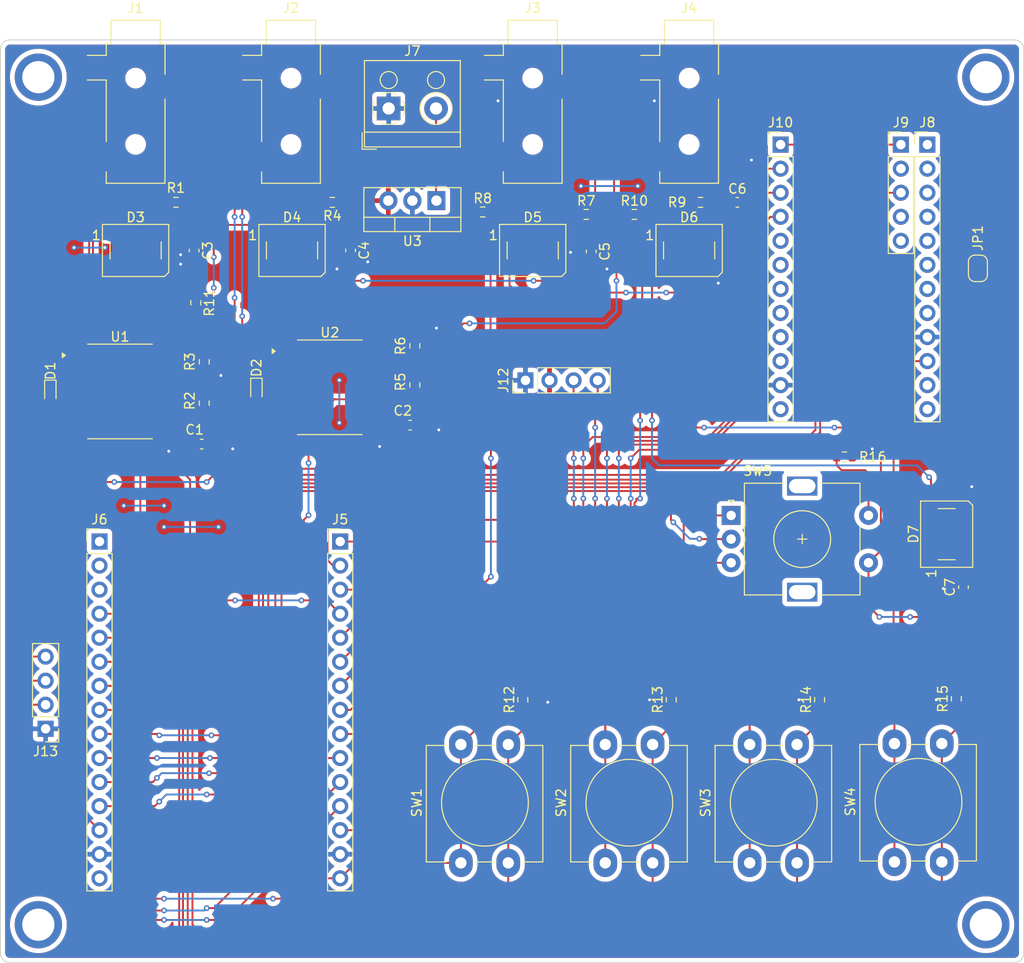
<source format=kicad_pcb>
(kicad_pcb (version 20241229) (generator "pcbnew") (generator_version "9.0")
  (layers (0 "F.Cu" signal) (2 "B.Cu" signal) (13 "F.Paste" user) (15 "B.Paste" user) (5 "F.SilkS" user "F.Silkscreen") (7 "B.SilkS" user "B.Silkscreen") (1 "F.Mask" user) (3 "B.Mask" user) (25 "Edge.Cuts" user))
  (net 0 "")
  (net 1 "+5V")
  (net 2 "GND")
  (net 3 "Net-(D1-K)")
  (net 4 "Net-(D1-A)")
  (net 5 "Net-(D2-A)")
  (net 6 "Net-(D2-K)")
  (net 7 "LED_DATA")
  (net 8 "Net-(D3-DOUT)")
  (net 9 "Net-(D4-DOUT)")
  (net 10 "Net-(D5-DOUT)")
  (net 11 "Net-(D6-DOUT)")
  (net 14 "Net-(J1-PadR)")
  (net 15 "Net-(J2-PadR)")
  (net 17 "Net-(J3-PadR)")
  (net 18 "Net-(J3-PadT)")
  (net 19 "Net-(J4-PadR)")
  (net 20 "Net-(J4-PadT)")
  (net 21 "D2")
  (net 22 "MISO")
  (net 23 "D4")
  (net 24 "RX0")
  (net 25 "+3V3")
  (net 26 "SCL")
  (net 27 "SS")
  (net 28 "USB_RST")
  (net 29 "TX0")
  (net 30 "MOSI")
  (net 31 "D16")
  (net 32 "SDA")
  (net 33 "SCK")
  (net 34 "D17")
  (net 36 "ROTARY_B")
  (net 37 "ROTARY_A")
  (net 38 "ROTARY_C")
  (net 39 "SW4")
  (net 40 "SW2")
  (net 41 "Net-(J6-Pin_4)")
  (net 42 "SW3")
  (net 43 "VIN")
  (net 45 "SW1")
  (net 47 "ROTARY_SW")
  (net 60 "Net-(J9-Pin_1)")
  (net 62 "GPX")
  (net 70 "Net-(U1-VO1)")
  (net 71 "Net-(U2-VO1)")
  (net 76 "Net-(J7-Pin_2)")
  (footprint "Rotary_Encoder:RotaryEncoder_Alps_EC11E-Switch_Vertical_H20mm" (layer "F.Cu") (at 94.604 78.78)
    (property "Reference" "SW5")
    (property "Value" "RotaryEncoder_Switch")
  )
  (footprint "Resistor_SMD:R_0603_1608Metric" (layer "F.Cu") (at 91.377 45.72)
    (property "Reference" "R9")
    (property "Value" "33")
  )
  (footprint "Resistor_SMD:R_0603_1608Metric" (layer "F.Cu") (at 38.992 62.551 -90)
    (property "Reference" "R3")
    (property "Value" "4k7")
  )
  (footprint "Resistor_SMD:R_0603_1608Metric" (layer "F.Cu") (at 38.1 56.325 -90)
    (property "Reference" "R11")
    (property "Value" "330")
  )
  (footprint "LED_SMD:LED_WS2812B_PLCC4_5.0x5.0mm_P3.2mm" (layer "F.Cu") (at 73.66 50.8)
    (property "Reference" "D5")
    (property "Value" "WS2812B")
  )
  (footprint "LED_SMD:LED_WS2812B_PLCC4_5.0x5.0mm_P3.2mm" (layer "F.Cu") (at 48.26 50.8)
    (property "Reference" "D4")
    (property "Value" "WS2812B")
  )
  (footprint "Connector_PinHeader_2.54mm:PinHeader_1x15_P2.54mm_Vertical" (layer "F.Cu") (at 27.94 81.539)
    (property "Reference" "J6")
    (property "Value" "ESP32 left")
  )
  (footprint "Resistor_SMD:R_0603_1608Metric" (layer "F.Cu") (at 61.22 65.005 90)
    (property "Reference" "R5")
    (property "Value" "470")
  )
  (footprint "Resistor_SMD:R_0603_1608Metric" (layer "F.Cu") (at 118.37 98.14 90)
    (property "Reference" "R15")
    (property "Value" "10k")
  )
  (footprint "Capacitor_SMD:C_0603_1608Metric" (layer "F.Cu") (at 37.926001 50.811999 -90)
    (property "Reference" "C3")
    (property "Value" "0.1µ")
  )
  (footprint "Package_SO:SOP-8_6.605x9.655mm_P2.54mm" (layer "F.Cu") (at 30.1 65.69)
    (property "Reference" "U1")
    (property "Value" "6N138")
  )
  (footprint "Connector_PinHeader_2.54mm:PinHeader_1x12_P2.54mm_Vertical" (layer "F.Cu") (at 99.822 39.624)
    (property "Reference" "J10")
    (property "Value" "USB Shield left")
  )
  (footprint "Connector_PinHeader_2.54mm:PinHeader_1x04_P2.54mm_Vertical" (layer "F.Cu") (at 22.25 101.31 180)
    (property "Reference" "J13")
    (property "Value" "Spare")
  )
  (footprint "Resistor_SMD:R_0603_1608Metric" (layer "F.Cu") (at 38.992 66.932 90)
    (property "Reference" "R2")
    (property "Value" "470")
  )
  (footprint "Connector_Audio:Jack_3.5mm_CUI_SJ-3523-SMT_Horizontal" (layer "F.Cu") (at 73.66 35.1)
    (property "Reference" "J3")
    (property "Value" "Midi OUT 1")
  )
  (footprint "Resistor_SMD:R_0603_1608Metric" (layer "F.Cu") (at 68.389 46.736)
    (property "Reference" "R8")
    (property "Value" "10")
  )
  (footprint "Resistor_SMD:R_0603_1608Metric" (layer "F.Cu") (at 79.311 46.99)
    (property "Reference" "R7")
    (property "Value" "33")
  )
  (footprint "Diode_SMD:D_SOD-523" (layer "F.Cu") (at 22.75 65.75 -90)
    (property "Reference" "D1")
    (property "Value" "1N4148WT")
  )
  (footprint "Resistor_SMD:R_0603_1608Metric" (layer "F.Cu") (at 106.564 72.604 180)
    (property "Reference" "R16")
    (property "Value" "10k")
  )
  (footprint "Button_Switch_THT:SW_PUSH-12mm_Wuerth-430476085716" (layer "F.Cu") (at 81.32 115.47 90)
    (property "Reference" "SW2")
    (property "Value" "SW_Push")
  )
  (footprint "Resistor_SMD:R_0603_1608Metric" (layer "F.Cu") (at 103.94 98.24 90)
    (property "Reference" "R14")
    (property "Value" "10k")
  )
  (footprint "Button_Switch_THT:SW_PUSH-12mm_Wuerth-430476085716" (layer "F.Cu") (at 66.08 115.47 90)
    (property "Reference" "SW1")
    (property "Value" "SW_Push")
  )
  (footprint "Resistor_SMD:R_0603_1608Metric" (layer "F.Cu") (at 52.515 45.72 180)
    (property "Reference" "R4")
    (property "Value" "220")
  )
  (footprint "Connector_Audio:Jack_3.5mm_CUI_SJ-3523-SMT_Horizontal" (layer "F.Cu") (at 48.15 35.1)
    (property "Reference" "J2")
    (property "Value" "Midi IN 2")
  )
  (footprint "LED_SMD:LED_WS2812B_PLCC4_5.0x5.0mm_P3.2mm" (layer "F.Cu") (at 31.750001 50.799999)
    (property "Reference" "D3")
    (property "Value" "WS2812B")
  )
  (footprint "Diode_SMD:D_SOD-523" (layer "F.Cu") (at 44.5 65.55 -90)
    (property "Reference" "D2")
    (property "Value" "1N4148WT")
  )
  (footprint "Connector_PinHeader_2.54mm:PinHeader_1x05_P2.54mm_Vertical" (layer "F.Cu") (at 112.522 39.624)
    (property "Reference" "J9")
    (property "Value" "USB Shield inner right")
  )
  (footprint "Resistor_SMD:R_0603_1608Metric" (layer "F.Cu") (at 72.62 98.24 90)
    (property "Reference" "R12")
    (property "Value" "10k")
  )
  (footprint "Button_Switch_THT:SW_PUSH-12mm_Wuerth-430476085716" (layer "F.Cu") (at 96.56 115.47 90)
    (property "Reference" "SW3")
    (property "Value" "SW_Push")
  )
  (footprint "Resistor_SMD:R_0603_1608Metric" (layer "F.Cu") (at 88.28 98.24 90)
    (property "Reference" "R13")
    (property "Value" "10k")
  )
  (footprint "Capacitor_SMD:C_0603_1608Metric" (layer "F.Cu") (at 54.436 50.796 -90)
    (property "Reference" "C4")
    (property "Value" "0.1µ")
  )
  (footprint "Capacitor_SMD:C_0603_1608Metric" (layer "F.Cu") (at 119.126 86.36 90)
    (property "Reference" "C7")
    (property "Value" "0.1µ")
  )
  (footprint "Connector_Audio:Jack_3.5mm_CUI_SJ-3523-SMT_Horizontal" (layer "F.Cu") (at 31.75 35.1)
    (property "Reference" "J1")
    (property "Value" "Midi IN 1")
  )
  (footprint "Button_Switch_THT:SW_PUSH-12mm_Wuerth-430476085716" (layer "F.Cu") (at 111.84 115.37 90)
    (property "Reference" "SW4")
    (property "Value" "SW_Push")
  )
  (footprint "Jumper:SolderJumper-2_P1.3mm_Open_RoundedPad1.0x1.5mm" (layer "F.Cu") (at 120.65 52.69 -90)
    (property "Reference" "JP1")
    (property "Value" "Cut trace on Shield when bridged")
  )
  (footprint "Capacitor_SMD:C_0603_1608Metric" (layer "F.Cu") (at 38.725 71.25)
    (property "Reference" "C1")
    (property "Value" "100nF")
  )
  (footprint "TerminalBlock_RND:TerminalBlock_RND_205-00001_1x02_P5.00mm_Horizontal" (layer "F.Cu") (at 58.46 35.806)
    (property "Reference" "J7")
    (property "Value" "Input Voltage")
  )
  (footprint "LED_SMD:LED_WS2812B_PLCC4_5.0x5.0mm_P3.2mm" (layer "F.Cu") (at 117.348 80.759 90)
    (property "Reference" "D7")
    (property "Value" "WS2812B")
  )
  (footprint "Resistor_SMD:R_0603_1608Metric" (layer "F.Cu") (at 61.22 60.868 90)
    (property "Reference" "R6")
    (property "Value" "4k7")
  )
  (footprint "Capacitor_SMD:C_0603_1608Metric" (layer "F.Cu") (at 95.263 45.72)
    (property "Reference" "C6")
    (property "Value" "0.1µ")
  )
  (footprint "Package_SO:SOP-8_6.605x9.655mm_P2.54mm" (layer "F.Cu") (at 52.25 65.25)
    (property "Reference" "U2")
    (property "Value" "6N138")
  )
  (footprint "Connector_PinHeader_2.54mm:PinHeader_1x04_P2.54mm_Vertical" (layer "F.Cu") (at 72.898 64.516 90)
    (property "Reference" "J12")
    (property "Value" "Display")
  )
  (footprint "Capacitor_SMD:C_0603_1608Metric" (layer "F.Cu") (at 79.836 50.907 -90)
    (property "Reference" "C5")
    (property "Value" "0.1µ")
  )
  (footprint "Connector_Audio:Jack_3.5mm_CUI_SJ-3523-SMT_Horizontal" (layer "F.Cu") (at 90.17 35.1)
    (property "Reference" "J4")
    (property "Value" "Midi OUT 2")
  )
  (footprint "Connector_PinHeader_2.54mm:PinHeader_1x12_P2.54mm_Vertical" (layer "F.Cu") (at 115.316 39.624)
    (property "Reference" "J8")
    (property "Value" "USB Shield outer right")
  )
  (footprint "LED_SMD:LED_WS2812B_PLCC4_5.0x5.0mm_P3.2mm" (layer "F.Cu") (at 90.17 50.8)
    (property "Reference" "D6")
    (property "Value" "WS2812B")
  )
  (footprint "Capacitor_SMD:C_0603_1608Metric" (layer "F.Cu") (at 60.725 69.25)
    (property "Reference" "C2")
    (property "Value" "100nF")
  )
  (footprint "Resistor_SMD:R_0603_1608Metric" (layer "F.Cu") (at 84.391 46.99)
    (property "Reference" "R10")
    (property "Value" "10")
  )
  (footprint "Resistor_SMD:R_0603_1608Metric" (layer "F.Cu") (at 36.005 45.72)
    (property "Reference" "R1")
    (property "Value" "220")
  )
  (footprint "Connector_PinHeader_2.54mm:PinHeader_1x15_P2.54mm_Vertical" (layer "F.Cu") (at 53.34 81.539)
    (property "Reference" "J5")
    (property "Value" "ESP32 right")
  )
  (footprint "Package_TO_SOT_THT:TO-220-3_Vertical" (layer "F.Cu") (at 63.5 45.537 180)
    (property "Reference" "U3")
    (property "Value" "LM7805_TO220")
  )
  (gr_line (start 17.487107 29.5629) (end 17.487107 125.003464) (stroke (width 0.1)) (layer "Edge.Cuts"))
  (gr_arc (start 124.4871 28.562893) (mid 125.194212 28.855788) (end 125.487107 29.5629) (stroke (width 0.1)) (layer "Edge.Cuts"))
  (gr_arc (start 125.487107 125) (mid 125.194217 125.707114) (end 124.490564 126) (stroke (width 0.1)) (layer "Edge.Cuts"))
  (gr_arc (start 18.4871 126) (mid 17.779998 125.707109) (end 17.487107 125.003464) (stroke (width 0.1)) (layer "Edge.Cuts"))
  (gr_arc (start 17.487107 29.5629) (mid 17.78 28.855786) (end 18.487107 28.562893) (stroke (width 0.1)) (layer "Edge.Cuts"))
  (gr_line (start 18.4871 126) (end 124.490564 126) (stroke (width 0.1)) (layer "Edge.Cuts"))
  (gr_line (start 125.487107 125) (end 125.487107 29.5629) (stroke (width 0.1)) (layer "Edge.Cuts"))
  (gr_line (start 124.4871 28.562893) (end 18.487107 28.562893) (stroke (width 0.1)) (layer "Edge.Cuts"))
  (via (at 21.487107 122) (size 5) (drill 3.4) (layers "F.Cu" "B.Cu") (net 0))
  (via (at 21.487107 32.5) (size 5) (drill 3.4) (layers "F.Cu" "B.Cu") (net 0))
  (via (at 121.487107 32.5) (size 5) (drill 3.4) (layers "F.Cu" "B.Cu") (net 0))
  (via (at 121.487107 122) (size 5) (drill 3.4) (layers "F.Cu" "B.Cu") (net 0))
  (via (at 53.25 64.5) (size 0.6) (drill 0.3) (layers "F.Cu" "B.Cu") (net 1))
  (via (at 25.25 50.5) (size 0.6) (drill 0.3) (layers "F.Cu" "B.Cu") (net 1))
  (via (at 28.5 50.5) (size 0.6) (drill 0.3) (layers "F.Cu" "B.Cu") (net 1))
  (via (at 84.75 44) (size 0.6) (drill 0.3) (layers "F.Cu" "B.Cu") (net 1))
  (via (at 53.25 69) (size 0.6) (drill 0.3) (layers "F.Cu" "B.Cu") (net 1))
  (via (at 34.75 80) (size 0.6) (drill 0.3) (layers "F.Cu" "B.Cu") (net 1))
  (via (at 40.5 80) (size 0.6) (drill 0.3) (layers "F.Cu" "B.Cu") (net 1))
  (via (at 30.5 77.75) (size 0.6) (drill 0.3) (layers "F.Cu" "B.Cu") (net 1))
  (via (at 78.75 44) (size 0.6) (drill 0.3) (layers "F.Cu" "B.Cu") (net 1))
  (via (at 34.75 77.75) (size 0.6) (drill 0.3) (layers "F.Cu" "B.Cu") (net 1))
  (segment (start 53.25 69) (end 53.25 64.5) (width 0.2) (layer "B.Cu") (net 1))
  (segment (start 25.25 50.5) (end 28.5 50.5) (width 0.2) (layer "B.Cu") (net 1))
  (segment (start 78.75 44) (end 84.75 44) (width 0.2) (layer "B.Cu") (net 1))
  (segment (start 30.5 77.75) (end 34.75 77.75) (width 0.2) (layer "B.Cu") (net 1))
  (segment (start 34.75 80) (end 40.5 80) (width 0.2) (layer "B.Cu") (net 1))
  (segment (start 86.47 31.5) (end 86.47 34.97) (width 0.2) (layer "F.Cu") (net 2))
  (segment (start 38.992 63.376) (end 40.126 63.376) (width 0.2) (layer "F.Cu") (net 2))
  (segment (start 56.6 69.06) (end 56.6 70.6) (width 0.2) (layer "F.Cu") (net 2))
  (segment (start 93.25 53.08) (end 93.25 54.25) (width 0.2) (layer "F.Cu") (net 2))
  (segment (start 40.126 63.376) (end 40.75 64) (width 0.2) (layer "F.Cu") (net 2))
  (segment (start 86.47 34.97) (end 86.5 35) (width 0.2) (layer "F.Cu") (net 2))
  (segment (start 39.5 71.25) (end 41.5 71.25) (width 0.2) (layer "F.Cu") (net 2))
  (segment (start 117.915 85.585) (end 117 86.5) (width 0.2) (layer "F.Cu") (net 2))
  (segment (start 96.038 45.72) (end 96.038 41.962) (width 0.2) (layer "F.Cu") (net 2))
  (segment (start 69.96 34.96) (end 70 35) (width 0.2) (layer "F.Cu") (net 2))
  (segment (start 36.836999 51.586999) (end 36.5 51.25) (width 0.2) (layer "F.Cu") (net 2))
  (segment (start 81.5 52.75) (end 81.5 52) (width 0.2) (layer "F.Cu") (net 2))
  (segment (start 72.62 97.415) (end 74.665 97.415) (width 0.2) (layer "F.Cu") (net 2))
  (segment (start 77.44 52.06) (end 76.5 52.06) (width 0.2) (layer "F.Cu") (net 2))
  (segment (start 37.926001 51.586999) (end 36.836999 51.586999) (width 0.2) (layer "F.Cu") (net 2))
  (segment (start 75.25 98) (end 75.25 98.5) (width 0.2) (layer "F.Cu") (net 2))
  (segment (start 34.200001 52.449999) (end 35.449999 52.449999) (width 0.2) (layer "F.Cu") (net 2))
  (segment (start 118.998 78.309) (end 118.998 76.752) (width 0.2) (layer "F.Cu") (net 2))
  (segment (start 35.449999 52.449999) (end 35.75 52.75) (width 0.2) (layer "F.Cu") (net 2))
  (segment (start 52.7 52.45) (end 53 52.75) (width 0.2) (layer "F.Cu") (net 2))
  (segment (start 35.75 52.75) (end 36 52.75) (width 0.2) (layer "F.Cu") (net 2))
  (segment (start 61.5 69.25) (end 63.25 69.25) (width 0.2) (layer "F.Cu") (net 2))
  (segment (start 56.6 70.6) (end 57.5 71.5) (width 0.2) (layer "F.Cu") (net 2))
  (segment (start 54.436 51.571) (end 55.821 51.571) (width 0.2) (layer "F.Cu") (net 2))
  (segment (start 117.185 97.315) (end 116.25 98.25) (width 0.2) (layer "F.Cu") (net 2))
  (segment (start 34.45 71.2) (end 35.25 72) (width 0.2) (layer "F.Cu") (net 2))
  (segment (start 96.038 41.962) (end 96.75 41.25) (width 0.2) (layer "F.Cu") (net 2))
  (segment (start 74.665 97.415) (end 75.25 98) (width 0.2) (layer "F.Cu") (net 2))
  (segment (start 102.585 97.415) (end 101.75 98.25) (width 0.2) (layer "F.Cu") (net 2))
  (segment (start 61.22 60.043) (end 62.457 60.043) (width 0.2) (layer "F.Cu") (net 2))
  (segment (start 92.62 52.45) (end 93.25 53.08) (width 0.2) (layer "F.Cu") (net 2))
  (segment (start 108.646 72.604) (end 109.5 71.75) (width 0.2) (layer "F.Cu") (net 2))
  (segment (start 88.28 97.415) (end 86.835 97.415) (width 0.2) (layer "F.Cu") (net 2))
  (segment (start 50.71 52.45) (end 52.7 52.45) (width 0.2) (layer "F.Cu") (net 2))
  (segment (start 86.835 97.415) (end 86 98.25) (width 0.2) (layer "F.Cu") (net 2))
  (segment (start 55.821 51.571) (end 56.25 52) (width 0.2) (layer "F.Cu") (net 2))
  (segment (start 34.45 69.5) (end 34.45 71.2) (width 0.2) (layer "F.Cu") (net 2))
  (segment (start 69.96 31.5) (end 69.96 34.96) (width 0.2) (layer "F.Cu") (net 2))
  (segment (start 77.65 51.85) (end 77.44 52.06) (width 0.2) (layer "F.Cu") (net 2))
  (segment (start 77.65 51) (end 77.65 51.85) (width 0.2) (layer "F.Cu") (net 2))
  (segment (start 81.182 51.682) (end 79.836 51.682) (width 0.2) (layer "F.Cu") (net 2))
  (segment (start 118.37 97.315) (end 117.185 97.315) (width 0.2) (layer "F.Cu") (net 2))
  (segment (start 63.25 69.25) (end 63.75 69.75) (width 0.2) (layer "F.Cu") (net 2))
  (segment (start 41.5 71.25) (end 42 71.75) (width 0.2) (layer "F.Cu") (net 2))
  (segment (start 103.94 97.415) (end 102.585 97.415) (width 0.2) (layer "F.Cu") (net 2))
  (segment (start 118.998 76.752) (end 120 75.75) (width 0.2) (layer "F.Cu") (net 2))
  (segment (start 107.389 72.604) (end 108.646 72.604) (width 0.2) (layer "F.Cu") (net 2))
  (segment (start 119.126 85.585) (end 117.915 85.585) (width 0.2) (layer "F.Cu") (net 2))
  (segment (start 36 52.75) (end 36.5 52.25) (width 0.2) (layer "F.Cu") (net 2))
  (segment (start 76.5 52.06) (end 76.11 52.45) (width 0.2) (layer "F.Cu") (net 2))
  (segment (start 81.5 52) (end 81.182 51.682) (width 0.2) (layer "F.Cu") (net 2))
  (segment (start 62.457 60.043) (end 63.5 59) (width 0.2) (layer "F.Cu") (net 2))
  (via (at 86.5 35) (size 0.6) (drill 0.3) (layers "F.Cu" "B.Cu") (net 2))
  (via (at 63.5 59) (size 0.6) (drill 0.3) (layers "F.Cu" "B.Cu") (net 2))
  (via (at 116.25 98.25) (size 0.6) (drill 0.3) (layers "F.Cu" "B.Cu") (net 2))
  (via (at 53 52.75) (size 0.6) (drill 0.3) (layers "F.Cu" "B.Cu") (net 2))
  (via (at 70 35) (size 0.6) (drill 0.3) (layers "F.Cu" "B.Cu") (net 2))
  (via (at 77.65 51) (size 0.6) (drill 0.3) (layers "F.Cu" "B.Cu") (net 2))
  (via (at 56.25 52) (size 0.6) (drill 0.3) (layers "F.Cu" "B.Cu") (net 2))
  (via (at 101.75 98.25) (size 0.6) (drill 0.3) (layers "F.Cu" "B.Cu") (net 2))
  (via (at 42 71.75) (size 0.6) (drill 0.3) (layers "F.Cu" "B.Cu") (net 2))
  (via (at 120 75.75) (size 0.6) (drill 0.3) (layers "F.Cu" "B.Cu") (net 2))
  (via (at 109.5 71.75) (size 0.6) (drill 0.3) (layers "F.Cu" "B.Cu") (net 2))
  (via (at 40.75 64) (size 0.6) (drill 0.3) (layers "F.Cu" "B.Cu") (net 2))
  (via (at 36.5 52.25) (size 0.6) (drill 0.3) (layers "F.Cu" "B.Cu") (net 2))
  (via (at 57.5 71.5) (size 0.6) (drill 0.3) (layers "F.Cu" "B.Cu") (net 2))
  (via (at 81.5 52.75) (size 0.6) (drill 0.3) (layers "F.Cu" "B.Cu") (net 2))
  (via (at 36.5 51.25) (size 0.6) (drill 0.3) (layers "F.Cu" "B.Cu") (net 2))
  (via (at 86 98.25) (size 0.6) (drill 0.3) (layers "F.Cu" "B.Cu") (net 2))
  (via (at 96.75 41.25) (size 0.6) (drill 0.3) (layers "F.Cu" "B.Cu") (net 2))
  (via (at 35.25 72) (size 0.6) (drill 0.3) (layers "F.Cu" "B.Cu") (net 2))
  (via (at 63.75 69.75) (size 0.6) (drill 0.3) (layers "F.Cu" "B.Cu") (net 2))
  (via (at 93.25 54.25) (size 0.6) (drill 0.3) (layers "F.Cu" "B.Cu") (net 2))
  (via (at 117 86.5) (size 0.6) (drill 0.3) (layers "F.Cu" "B.Cu") (net 2))
  (via (at 75.25 98.5) (size 0.6) (drill 0.3) (layers "F.Cu" "B.Cu") (net 2))
  (segment (start 25.75 64.42) (end 23.38 64.42) (width 0.2) (layer "F.Cu") (net 3))
  (segment (start 27.33 64.42) (end 25.75 64.42) (width 0.2) (layer "F.Cu") (net 3))
  (segment (start 23.38 64.42) (end 22.75 65.05) (width 0.2) (layer "F.Cu") (net 3))
  (segment (start 28.25 47.25) (end 27.25 48.25) (width 0.2) (layer "F.Cu") (net 3))
  (segment (start 27.25 57.25) (end 28 58) (width 0.2) (layer "F.Cu") (net 3))
  (segment (start 28 58) (end 28 63.75) (width 0.2) (layer "F.Cu") (net 3))
  (segment (start 36.25 47.25) (end 28.25 47.25) (width 0.2) (layer "F.Cu") (net 3))
  (segment (start 28 63.75) (end 27.33 64.42) (width 0.2) (layer "F.Cu") (net 3))
  (segment (start 36.83 46.67) (end 36.25 47.25) (width 0.2) (layer "F.Cu") (net 3))
  (segment (start 36.83 45.72) (end 36.83 46.67) (width 0.2) (layer "F.Cu") (net 3))
  (segment (start 27.25 48.25) (end 27.25 57.25) (width 0.2) (layer "F.Cu") (net 3))
  (segment (start 26.099 58) (end 22 58) (width 0.2) (layer "F.Cu") (net 4))
  (segment (start 26.849 57.25) (end 26.099 58) (width 0.2) (layer "F.Cu") (net 4))
  (segment (start 21.5 66) (end 21.95 66.45) (width 0.2) (layer "F.Cu") (net 4))
  (segment (start 21.5 58.5) (end 21.5 66) (width 0.2) (layer "F.Cu") (net 4))
  (segment (start 26.849 42.101) (end 26.849 57.25) (width 0.2) (layer "F.Cu") (net 4))
  (segment (start 25.75 66.96) (end 23.26 66.96) (width 0.2) (layer "F.Cu") (net 4))
  (segment (start 22 58) (end 21.5 58.5) (width 0.2) (layer "F.Cu") (net 4))
  (segment (start 23.26 66.96) (end 22.75 66.45) (width 0.2) (layer "F.Cu") (net 4))
  (segment (start 21.95 66.45) (end 22.75 66.45) (width 0.2) (layer "F.Cu") (net 4))
  (segment (start 28.05 40.9) (end 26.849 42.101) (width 0.2) (layer "F.Cu") (net 4))
  (segment (start 44.77 66.52) (end 44.5 66.25) (width 0.2) (layer "F.Cu") (net 5))
  (segment (start 44.45 44.2) (end 44.5 44.25) (width 0.2) (layer "F.Cu") (net 5))
  (segment (start 44.45 40.9) (end 44.45 44.2) (width 0.2) (layer "F.Cu") (net 5))
  (segment (start 47.9 66.52) (end 44.77 66.52) (width 0.2) (layer "F.Cu") (net 5))
  (segment (start 44.5 44.25) (end 42.199997 46.550003) (width 0.2) (layer "F.Cu") (net 5))
  (segment (start 43.25 66.25) (end 44.5 66.25) (width 0.2) (layer "F.Cu") (net 5))
  (segment (start 42.200735 65.200735) (end 43.25 66.25) (width 0.2) (layer "F.Cu") (net 5))
  (segment (start 42.200735 55.799265) (end 42.200735 65.200735) (width 0.2) (layer "F.Cu") (net 5))
  (segment (start 42.199997 46.550003) (end 42.199997 47.25) (width 0.2) (layer "F.Cu") (net 5))
  (via (at 42.199997 47.25) (size 0.6) (drill 0.3) (layers "F.Cu" "B.Cu") (net 5))
  (via (at 42.200735 55.799265) (size 0.6) (drill 0.3) (layers "F.Cu" "B.Cu") (net 5))
  (segment (start 42.199997 47.25) (end 42.199997 55.798527) (width 0.2) (layer "B.Cu") (net 5))
  (segment (start 42.199997 55.798527) (end 42.200735 55.799265) (width 0.2) (layer "B.Cu") (net 5))
  (segment (start 43.78 45.72) (end 43 46.5) (width 0.2) (layer "F.Cu") (net 6))
  (segment (start 43 57.75) (end 43 58.75) (width 0.2) (layer "F.Cu") (net 6))
  (segment (start 43 58.75) (end 43.75 59.5) (width 0.2) (layer "F.Cu") (net 6))
  (segment (start 47.9 63.98) (end 45.37 63.98) (width 0.2) (layer "F.Cu") (net 6))
  (segment (start 43.75 59.5) (end 43.75 62.36) (width 0.2) (layer "F.Cu") (net 6))
  (segment (start 43 46.5) (end 43 47.25) (width 0.2) (layer "F.Cu") (net 6))
  (segment (start 43.75 62.36) (end 45.37 63.98) (width 0.2) (layer "F.Cu") (net 6))
  (segment (start 51.69 45.72) (end 43.78 45.72) (width 0.2) (layer "F.Cu") (net 6))
  (segment (start 45.37 63.98) (end 44.5 64.85) (width 0.2) (layer "F.Cu") (net 6))
  (via (at 43 57.75) (size 0.6) (drill 0.3) (layers "F.Cu" "B.Cu") (net 6))
  (via (at 43 47.25) (size 0.6) (drill 0.3) (layers "F.Cu" "B.Cu") (net 6))
  (segment (start 43 47.25) (end 43 57.75) (width 0.2) (layer "B.Cu") (net 6))
  (segment (start 40 55.25) (end 39.75 55.5) (width 0.2) (layer "F.Cu") (net 7))
  (segment (start 39 48.5) (end 36.5 48.5) (width 0.2) (layer "F.Cu") (net 7))
  (segment (start 40 54.75) (end 40 55.25) (width 0.2) (layer "F.Cu") (net 7))
  (segment (start 40 51.5) (end 40 49.5) (width 0.2) (layer "F.Cu") (net 7))
  (segment (start 40 49.5) (end 39 48.5) (width 0.2) (layer "F.Cu") (net 7))
  (segment (start 39.75 55.5) (end 38.1 55.5) (width 0.2) (layer "F.Cu") (net 7))
  (segment (start 36.5 48.5) (end 35.850001 49.149999) (width 0.2) (layer "F.Cu") (net 7))
  (segment (start 35.850001 49.149999) (end 34.200001 49.149999) (width 0.2) (layer "F.Cu") (net 7))
  (via (at 40 51.5) (size 0.6) (drill 0.3) (layers "F.Cu" "B.Cu") (net 7))
  (via (at 40 54.75) (size 0.6) (drill 0.3) (layers "F.Cu" "B.Cu") (net 7))
  (segment (start 40 51.5) (end 40 54.75) (width 0.2) (layer "B.Cu") (net 7))
  (segment (start 29.300001 52.449999) (end 29.300001 51.699999) (width 0.2) (layer "F.Cu") (net 8))
  (segment (start 49.659 48.099) (end 50.71 49.15) (width 0.2) (layer "F.Cu") (net 8))
  (segment (start 32.901 48.099) (end 49.659 48.099) (width 0.2) (layer "F.Cu") (net 8))
  (segment (start 29.300001 51.699999) (end 32.901 48.099) (width 0.2) (layer "F.Cu") (net 8))
  (segment (start 73.75 54) (end 77.25 54) (width 0.2) (layer "F.Cu") (net 9))
  (segment (start 78.25 50) (end 77.4 49.15) (width 0.2) (layer "F.Cu") (net 9))
  (segment (start 77.25 54) (end 78.25 53) (width 0.2) (layer "F.Cu") (net 9))
  (segment (start 47.36 54) (end 55.75 54) (width 0.2) (layer "F.Cu") (net 9))
  (segment (start 78.25 53) (end 78.25 50) (width 0.2) (layer "F.Cu") (net 9))
  (segment (start 45.81 52.45) (end 47.36 54) (width 0.2) (layer "F.Cu") (net 9))
  (segment (start 77.4 49.15) (end 76.11 49.15) (width 0.2) (layer "F.Cu") (net 9))
  (via (at 55.75 54) (size 0.6) (drill 0.3) (layers "F.Cu" "B.Cu") (net 9))
  (via (at 73.75 54) (size 0.6) (drill 0.3) (layers "F.Cu" "B.Cu") (net 9))
  (segment (start 55.75 54) (end 73.75 54) (width 0.2) (layer "B.Cu") (net 9))
  (segment (start 71.21 52.45) (end 71.21 54.46) (width 0.2) (layer "F.Cu") (net 10))
  (segment (start 87.75 55.25) (end 93.75 55.25) (width 0.2) (layer "F.Cu") (net 10))
  (segment (start 94.75 50) (end 93.9 49.15) (width 0.2) (layer "F.Cu") (net 10))
  (segment (start 93.9 49.15) (end 92.62 49.15) (width 0.2) (layer "F.Cu") (net 10))
  (segment (start 72 55.25) (end 77.25 55.25) (width 0.2) (layer "F.Cu") (net 10))
  (segment (start 94.75 54.25) (end 94.75 50) (width 0.2) (layer "F.Cu") (net 10))
  (segment (start 71.21 54.46) (end 71.5 54.75) (width 0.2) (layer "F.Cu") (net 10))
  (segment (start 71.5 54.75) (end 72 55.25) (width 0.2) (layer "F.Cu") (net 10))
  (segment (start 77.25 55.25) (end 83.5 55.25) (width 0.2) (layer "F.Cu") (net 10))
  (segment (start 93.75 55.25) (end 94.75 54.25) (width 0.2) (layer "F.Cu") (net 10))
  (via (at 83.5 55.25) (size 0.6) (drill 0.3) (layers "F.Cu" "B.Cu") (net 10))
  (via (at 87.75 55.25) (size 0.6) (drill 0.3) (layers "F.Cu" "B.Cu") (net 10))
  (segment (start 83.5 55.25) (end 87.75 55.25) (width 0.2) (layer "B.Cu") (net 10))
  (segment (start 115.698 74.948) (end 115.5 74.75) (width 0.2) (layer "F.Cu") (net 11))
  (segment (start 115.698 78.309) (end 115.698 74.948) (width 0.2) (layer "F.Cu") (net 11))
  (segment (start 86.25 53.92) (end 86.25 68.75) (width 0.2) (layer "F.Cu") (net 11))
  (segment (start 87.72 52.45) (end 86.25 53.92) (width 0.2) (layer "F.Cu") (net 11))
  (via (at 115.5 74.75) (size 0.6) (drill 0.3) (layers "F.Cu" "B.Cu") (net 11))
  (via (at 86.25 68.75) (size 0.6) (drill 0.3) (layers "F.Cu" "B.Cu") (net 11))
  (segment (start 114.25 73.5) (end 115.5 74.75) (width 0.2) (layer "B.Cu") (net 11))
  (segment (start 86.25 68.75) (end 86.25 72.75) (width 0.2) (layer "B.Cu") (net 11))
  (segment (start 86.25 72.75) (end 87 73.5) (width 0.2) (layer "B.Cu") (net 11))
  (segment (start 87 73.5) (end 114.25 73.5) (width 0.2) (layer "B.Cu") (net 11))
  (segment (start 35.18 45.72) (end 35.18 33.77) (width 0.2) (layer "F.Cu") (net 14))
  (segment (start 35.18 33.77) (end 35.45 33.5) (width 0.2) (layer "F.Cu") (net 14))
  (segment (start 51.85 40.85) (end 54.25 43.25) (width 0.2) (layer "F.Cu") (net 15))
  (segment (start 51.85 33.5) (end 51.85 40.85) (width 0.2) (layer "F.Cu") (net 15))
  (segment (start 54.25 45.5) (end 54.03 45.72) (width 0.2) (layer "F.Cu") (net 15))
  (segment (start 54.25 43.25) (end 54.25 45.5) (width 0.2) (layer "F.Cu") (net 15))
  (segment (start 54.03 45.72) (end 53.34 45.72) (width 0.2) (layer "F.Cu") (net 15))
  (segment (start 77.36 46.14) (end 77.36 33.5) (width 0.2) (layer "F.Cu") (net 17))
  (segment (start 77.36 46.14) (end 78.21 46.99) (width 0.2) (layer "F.Cu") (net 17))
  (segment (start 78.21 46.99) (end 78.486 46.99) (width 0.2) (layer "F.Cu") (net 17))
  (segment (start 67.564 46.736) (end 67.564 43.296) (width 0.2) (layer "F.Cu") (net 18))
  (segment (start 67.564 43.296) (end 69.96 40.9) (width 0.2) (layer "F.Cu") (net 18))
  (segment (start 90.552 41.802) (end 91.104 41.25) (width 0.2) (layer "F.Cu") (net 19))
  (segment (start 93.87 33.5) (end 93.87 40.63) (width 0.2) (layer "F.Cu") (net 19))
  (segment (start 93.25 41.25) (end 91.104 41.25) (width 0.2) (layer "F.Cu") (net 19))
  (segment (start 93.87 40.63) (end 93.25 41.25) (width 0.2) (layer "F.Cu") (net 19))
  (segment (start 90.552 41.802) (end 90.552 45.72) (width 0.2) (layer "F.Cu") (net 19))
  (segment (start 83.566 46.99) (end 82.99 46.99) (width 0.2) (layer "F.Cu") (net 20))
  (segment (start 82.25 46.25) (end 82.25 41.75) (width 0.2) (layer "F.Cu") (net 20))
  (segment (start 82.25 41.75) (end 83.1 40.9) (width 0.2) (layer "F.Cu") (net 20))
  (segment (start 82.99 46.99) (end 82.25 46.25) (width 0.2) (layer "F.Cu") (net 20))
  (segment (start 83.1 40.9) (end 86.47 40.9) (width 0.2) (layer "F.Cu") (net 20))
  (segment (start 19.099 94.401) (end 19.099 107.099) (width 0.2) (layer "F.Cu") (net 21))
  (segment (start 26.4329 121.5) (end 34.75 121.5) (width 0.2) (layer "F.Cu") (net 21))
  (segment (start 19.099 107.099) (end 20.151 108.151) (width 0.2) (layer "F.Cu") (net 21))
  (segment (start 39.25 121.5) (end 41.319 121.5) (width 0.2) (layer "F.Cu") (net 21))
  (segment (start 23.0839 108.151) (end 23.599 108.6661) (width 0.2) (layer "F.Cu") (net 21))
  (segment (start 23.599 118.6661) (end 26.4329 121.5) (width 0.2) (layer "F.Cu") (net 21))
  (segment (start 22.25 93.69) (end 19.81 93.69) (width 0.2) (layer "F.Cu") (net 21))
  (segment (start 23.599 108.6661) (end 23.599 118.6661) (width 0.2) (layer "F.Cu") (net 21))
  (segment (start 41.319 121.5) (end 53.34 109.479) (width 0.2) (layer "F.Cu") (net 21))
  (segment (start 19.81 93.69) (end 19.099 94.401) (width 0.2) (layer "F.Cu") (net 21))
  (segment (start 20.151 108.151) (end 23.0839 108.151) (width 0.2) (layer "F.Cu") (net 21))
  (via (at 39.25 121.5) (size 0.6) (drill 0.3) (layers "F.Cu" "B.Cu") (net 21))
  (via (at 34.75 121.5) (size 0.6) (drill 0.3) (layers "F.Cu" "B.Cu") (net 21))
  (segment (start 34.75 121.5) (end 39.25 121.5) (width 0.2) (layer "B.Cu") (net 21))
  (segment (start 79.28355 81.78355) (end 81.5 79.5671) (width 0.2) (layer "F.Cu") (net 22))
  (segment (start 65.75 90.75) (end 74 82.5) (width 0.2) (layer "F.Cu") (net 22))
  (segment (start 56.829 90.75) (end 65 90.75) (width 0.2) (layer "F.Cu") (net 22))
  (segment (start 82.349 70.901) (end 92.4161 70.901) (width 0.2) (layer "F.Cu") (net 22))
  (segment (start 98.046 44.704) (end 99.822 44.704) (width 0.2) (layer "F.Cu") (net 22))
  (segment (start 78.5671 82.5) (end 79.28355 81.78355) (width 0.2) (layer "F.Cu") (net 22))
  (segment (start 92.4161 70.901) (end 97.5 65.8171) (width 0.2) (layer "F.Cu") (net 22))
  (segment (start 81.5 71.75) (end 82.349 70.901) (width 0.2) (layer "F.Cu") (net 22))
  (segment (start 97.5 45.25) (end 98.046 44.704) (width 0.2) (layer "F.Cu") (net 22))
  (segment (start 81.5 79.5671) (end 81.5 77) (width 0.2) (layer "F.Cu") (net 22))
  (segment (start 81.5 72.75) (end 81.5 71.75) (width 0.2) (layer "F.Cu") (net 22))
  (segment (start 74 82.5) (end 78.5671 82.5) (width 0.2) (layer "F.Cu") (net 22))
  (segment (start 97.5 65.8171) (end 97.5 45.25) (width 0.2) (layer "F.Cu") (net 22))
  (segment (start 65 90.75) (end 65.75 90.75) (width 0.2) (layer "F.Cu") (net 22))
  (segment (start 53.34 94.239) (end 56.829 90.75) (width 0.2) (layer "F.Cu") (net 22))
  (via (at 81.5 72.75) (size 0.6) (drill 0.3) (layers "F.Cu" "B.Cu") (net 22))
  (via (at 81.5 77) (size 0.6) (drill 0.3) (layers "F.Cu" "B.Cu") (net 22))
  (segment (start 81.5 77) (end 81.5 72.75) (width 0.2) (layer "B.Cu") (net 22))
  (segment (start 24 108.5) (end 24 118.375) (width 0.2) (layer "F.Cu") (net 23))
  (segment (start 22.25 96.23) (end 20.27 96.23) (width 0.2) (layer "F.Cu") (net 23))
  (segment (start 20.4329 107.75) (end 23.25 107.75) (width 0.2) (layer "F.Cu") (net 23))
  (segment (start 19.5 97) (end 19.5 106.8171) (width 0.2) (layer "F.Cu") (net 23))
  (segment (start 26.125 120.5) (end 34.75 120.5) (width 0.2) (layer "F.Cu") (net 23))
  (segment (start 40.029 120.25) (end 39.25 120.25) (width 0.2) (layer "F.Cu") (net 23))
  (segment (start 53.34 106.939) (end 40.029 120.25) (width 0.2) (layer "F.Cu") (net 23))
  (segment (start 24 118.375) (end 26.125 120.5) (width 0.2) (layer "F.Cu") (net 23))
  (segment (start 23.25 107.75) (end 24 108.5) (width 0.2) (layer "F.Cu") (net 23))
  (segment (start 19.5 106.8171) (end 20.4329 107.75) (width 0.2) (layer "F.Cu") (net 23))
  (segment (start 20.27 96.23) (end 19.5 97) (width 0.2) (layer "F.Cu") (net 23))
  (via (at 34.75 120.5) (size 0.6) (drill 0.3) (layers "F.Cu" "B.Cu") (net 23))
  (via (at 39.25 120.25) (size 0.6) (drill 0.3) (layers "F.Cu" "B.Cu") (net 23))
  (segment (start 39.25 120.25) (end 39 120.5) (width 0.2) (layer "B.Cu") (net 23))
  (segment (start 39 120.5) (end 34.75 120.5) (width 0.2) (layer "B.Cu") (net 23))
  (segment (start 37.04 66.96) (end 34.45 66.96) (width 0.2) (layer "F.Cu") (net 24))
  (segment (start 36.5 69.25) (end 37.04 68.71) (width 0.2) (layer "F.Cu") (net 24))
  (segment (start 38.5 87.75) (end 37.5 86.75) (width 0.2) (layer "F.Cu") (net 24))
  (segment (start 37.5 86.75) (end 37.5 75) (width 0.2) (layer "F.Cu") (net 24))
  (segment (start 36.5 74) (end 36.5 69.25) (width 0.2) (layer "F.Cu") (net 24))
  (segment (start 49.25 87.75) (end 51.931 87.75) (width 0.2) (layer "F.Cu") (net 24))
  (segment (start 37.5 75) (end 36.5 74) (width 0.2) (layer "F.Cu") (net 24))
  (segment (start 38.992 66.107) (end 37.893 66.107) (width 0.2) (layer "F.Cu") (net 24))
  (segment (start 37.893 66.107) (end 37.04 66.96) (width 0.2) (layer "F.Cu") (net 24))
  (segment (start 42.25 87.75) (end 38.5 87.75) (width 0.2) (layer "F.Cu") (net 24))
  (segment (start 51.931 87.75) (end 53.34 89.159) (width 0.2) (layer "F.Cu") (net 24))
  (segment (start 37.04 68.71) (end 37.04 66.96) (width 0.2) (layer "F.Cu") (net 24))
  (via (at 49.25 87.75) (size 0.6) (drill 0.3) (layers "F.Cu" "B.Cu") (net 24))
  (via (at 42.25 87.75) (size 0.6) (drill 0.3) (layers "F.Cu" "B.Cu") (net 24))
  (segment (start 49.25 87.75) (end 42.25 87.75) (width 0.2) (layer "B.Cu") (net 24))
  (segment (start 79.75 95.5) (end 81.32 97.07) (width 0.2) (layer "F.Cu") (net 25))
  (segment (start 43.25 68.5) (end 43.25 73) (width 0.2) (layer "F.Cu") (net 25))
  (segment (start 80.25 40.25) (end 82 38.5) (width 0.2) (layer "F.Cu") (net 25))
  (segment (start 108.099943 69.5) (end 105.5 69.5) (width 0.2) (layer "F.Cu") (net 25))
  (segment (start 24.401 108.401) (end 24.401 108.3339) (width 0.2) (layer "F.Cu") (net 25))
  (segment (start 114.5 96.25) (end 112.43 96.25) (width 0.2) (layer "F.Cu") (net 25))
  (segment (start 92.97 45.72) (end 92.202 45.72) (width 0.2) (layer "F.Cu") (net 25))
  (segment (start 91.5 57.5) (end 92.75 57.5) (width 0.2) (layer "F.Cu") (net 25))
  (segment (start 111.84 102.87) (end 111.84 115.37) (width 0.2) (layer "F.Cu") (net 25))
  (segment (start 81.32 102.97) (end 81.32 97.18) (width 0.2) (layer "F.Cu") (net 25))
  (segment (start 82.5 47.75) (end 81.74 46.99) (width 0.2) (layer "F.Cu") (net 25))
  (segment (start 83.099 95.401) (end 94.901 95.401) (width 0.2) (layer "F.Cu") (net 25))
  (segment (start 24.5 118.25) (end 24.5 108.5) (width 0.2) (layer "F.Cu") (net 25))
  (segment (start 67.5 101.55) (end 67.5 97) (width 0.2) (layer "F.Cu") (net 25))
  (segment (start 20 99.5) (end 20.73 98.77) (width 0.2) (layer "F.Cu") (net 25))
  (segment (start 80.24 46.99) (end 80.25 47) (width 0.2) (layer "F.Cu") (net 25))
  (segment (start 23.25 107.25) (end 20.5 107.25) (width 0.2) (layer "F.Cu") (net 25))
  (segment (start 25.5 119.25) (end 24.5 118.25) (width 0.2) (layer "F.Cu") (net 25))
  (segment (start 20.5 107.25) (end 20 106.75) (width 0.2) (layer "F.Cu") (net 25))
  (segment (start 48.75 119.25) (end 50.901 117.099) (width 0.2) (layer "F.Cu") (net 25))
  (segment (start 50.901 117.099) (end 53.34 117.099) (width 0.2) (layer "F.Cu") (net 25))
  (segment (start 66.375 58.5) (end 67 58.5) (width 0.2) (layer "F.Cu") (net 25))
  (segment (start 91.75 69.5) (end 91 69.5) (width 0.2) (layer "F.Cu") (net 25))
  (segment (start 65.149 73.851) (end 65.75 73.25) (width 0.2) (layer "F.Cu") (net 25))
  (segment (start 66.08 115.47) (end 66.08 102.97) (width 0.2) (layer "F.Cu") (net 25))
  (segment (start 115.5 90.25) (end 115.5 95.25) (width 0.2) (layer "F.Cu") (net 25))
  (segment (start 98 95.5) (end 110.5 95.5) (width 0.2) (layer "F.Cu") (net 25))
  (segment (start 93.25 46) (end 92.97 45.72) (width 0.2) (layer "F.Cu") (net 25))
  (segment (start 111.84 96.84) (end 111.84 102.87) (width 0.2) (layer "F.Cu") (net 25))
  (segment (start 23.349 107.349) (end 23.25 107.25) (width 0.2) (layer "F.Cu") (net 25))
  (segment (start 82.5 54) (end 82.5 47.75) (width 0.2) (layer "F.Cu") (net 25))
  (segment (start 65.75 65.25) (end 65.75 59.125) (width 0.2) (layer "F.Cu") (net 25))
  (segment (start 95.151 55.099) (end 95.151 49.151) (width 0.2) (layer "F.Cu") (net 25))
  (segment (start 113.5 89.5) (end 114.75 89.5) (width 0.2) (layer "F.Cu") (net 25))
  (segment (start 94.901 95.401) (end 96.56 97.06) (width 0.2) (layer "F.Cu") (net 25))
  (segment (start 20 106.75) (end 20 99.5) (width 0.2) (layer "F.Cu") (net 25))
  (segment (start 46.25 119.25) (end 48.75 119.25) (width 0.2) (layer "F.Cu") (net 25))
  (segment (start 109.104 83.78) (end 109.104 88.354) (width 0.2) (layer "F.Cu") (net 25))
  (segment (start 81.32 115.47) (end 81.32 102.97) (width 0.2) (layer "F.Cu") (net 25))
  (segment (start 38.992 67.757) (end 42.507 67.757) (width 0.2) (layer "F.Cu") (net 25))
  (segment (start 81.32 97.18) (end 83.099 95.401) (width 0.2) (layer "F.Cu") (net 25))
  (segment (start 91 69.5) (end 90.5 69) (width 0.2) (layer "F.Cu") (net 25))
  (segment (start 90.138936 46.496) (end 91.426 46.496) (width 0.2) (layer "F.Cu") (net 25))
  (segment (start 96.56 96.94) (end 98 95.5) (width 0.2) (layer "F.Cu") (net 25))
  (segment (start 110.405 82.479) (end 110.405 71.805057) (width 0.2) (layer "F.Cu") (net 25))
  (segment (start 90.5 58.5) (end 91.5 57.5) (width 0.2) (layer "F.Cu") (net 25))
  (segment (start 43.25 73) (end 44.101 73.851) (width 0.2) (layer "F.Cu") (net 25))
  (segment (start 67.5 97) (end 69 95.5) (width 0.2) (layer "F.Cu") (net 25))
  (segment (start 82 38.5) (end 87.37153 38.5) (width 0.2) (layer "F.Cu") (net 25))
  (segment (start 96.56 115.47) (end 96.56 102.97) (width 0.2) (layer "F.Cu") (net 25))
  (segment (start 23.4161 107.349) (end 23.349 107.349) (width 0.2) (layer "F.Cu") (net 25))
  (segment (start 96.56 102.97) (end 96.56 96.94) (width 0.2) (layer "F.Cu") (net 25))
  (segment (start 53.34 117.099) (end 54.969 115.47) (width 0.2) (layer "F.Cu") (net 25))
  (segment (start 44.101 73.851) (end 65.149 73.851) (width 0.2) (layer "F.Cu") (net 25))
  (segment (start 115.5 95.25) (end 114.5 96.25) (width 0.2) (layer "F.Cu") (net 25))
  (segment (start 34.75 119.25) (end 25.5 119.25) (width 0.2) (layer "F.Cu") (net 25))
  (segment (start 54.969 115.47) (end 66.08 115.47) (width 0.2) (layer "F.Cu") (net 25))
  (segment (start 109.104 83.78) (end 110.405 82.479) (width 0.2) (layer "F.Cu") (net 25))
  (segment (start 80.25 47) (end 80.25 40.25) (width 0.2) (layer "F.Cu") (net 25))
  (segment (start 92.75 57.5) (end 95.151 55.099) (width 0.2) (layer "F.Cu") (net 25))
  (segment (start 80.136 46.99) (end 80.24 46.99) (width 0.2) (layer "F.Cu") (net 25))
  (segment (start 90.5 69) (end 90.5 58.5) (width 0.2) (layer "F.Cu") (net 25))
  (segment (start 93.25 47.25) (end 93.25 46) (width 0.2) (layer "F.Cu") (net 25))
  (segment (start 88.75 39.87847) (end 88.75 45.107064) (width 0.2) (layer "F.Cu") (net 25))
  (segment (start 87.37153 38.5) (end 88.75 39.87847) (width 0.2) (layer "F.Cu") (net 25))
  (segment (start 112.43 96.25) (end 111.84 96.84) (width 0.2) (layer "F.Cu") (net 25))
  (segment (start 91.426 46.496) (end 92.202 45.72) (width 0.2) (layer "F.Cu") (net 25))
  (segment (start 65.17 65.83) (end 65.75 65.25) (width 0.2) (layer "F.Cu") (net 25))
  (segment (start 65.75 59.125) (end 66.375 58.5) (width 0.2) (layer "F.Cu") (net 25))
  (segment (start 110.405 71.805057) (end 108.099943 69.5) (width 0.2) (layer "F.Cu") (net 25))
  (segment (start 110.5 95.5) (end 111.84 96.84) (width 0.2) (layer "F.Cu") (net 25))
  (segment (start 24.401 108.3339) (end 23.4161 107.349) (width 0.2) (layer "F.Cu") (net 25))
  (segment (start 66.08 102.97) (end 67.5 101.55) (width 0.2) (layer "F.Cu") (net 25))
  (segment (start 81.74 46.99) (end 80.136 46.99) (width 0.2) (layer "F.Cu") (net 25))
  (segment (start 65.75 66.41) (end 65.17 65.83) (width 0.2) (layer "F.Cu") (net 25))
  (segment (start 88.75 45.107064) (end 90.138936 46.496) (width 0.2) (layer "F.Cu") (net 25))
  (segment (start 96.56 97.06) (end 96.56 102.97) (width 0.2) (layer "F.Cu") (net 25))
  (segment (start 42.507 67.757) (end 43.25 68.5) (width 0.2) (layer "F.Cu") (net 25))
  (segment (start 95.151 49.151) (end 93.25 47.25) (width 0.2) (layer "F.Cu") (net 25))
  (segment (start 20.73 98.77) (end 22.25 98.77) (width 0.2) (layer "F.Cu") (net 25))
  (segment (start 24.5 108.5) (end 24.401 108.401) (width 0.2) (layer "F.Cu") (net 25))
  (segment (start 81.32 97.07) (end 81.32 102.97) (width 0.2) (layer "F.Cu") (net 25))
  (segment (start 109.104 88.354) (end 110.25 89.5) (width 0.2) (layer "F.Cu") (net 25))
  (segment (start 114.75 89.5) (end 115.5 90.25) (width 0.2) (layer "F.Cu") (net 25))
  (segment (start 65.75 73.25) (end 65.75 66.41) (width 0.2) (layer "F.Cu") (net 25))
  (segment (start 61.22 65.83) (end 65.17 65.83) (width 0.2) (layer "F.Cu") (net 25))
  (segment (start 69 95.5) (end 79.75 95.5) (width 0.2) (layer "F.Cu") (net 25))
  (via (at 91.75 69.5) (size 0.6) (drill 0.3) (layers "F.Cu" "B.Cu") (net 25))
  (via (at 113.5 89.5) (size 0.6) (drill 0.3) (layers "F.Cu" "B.Cu") (net 25))
  (via (at 105.5 69.5) (size 0.6) (drill 0.3) (layers "F.Cu" "B.Cu") (net 25))
  (via (at 67 58.5) (size 0.6) (drill 0.3) (layers "F.Cu" "B.Cu") (net 25))
  (via (at 110.25 89.5) (size 0.6) (drill 0.3) (layers "F.Cu" "B.Cu") (net 25))
  (via (at 46.25 119.25) (size 0.6) (drill 0.3) (layers "F.Cu" "B.Cu") (net 25))
  (via (at 34.75 119.25) (size 0.6) (drill 0.3) (layers "F.Cu" "B.Cu") (net 25))
  (via (at 82.5 54) (size 0.6) (drill 0.3) (layers "F.Cu" "B.Cu") (net 25))
  (segment (start 82.5 54) (end 82.5 57.25) (width 0.2) (layer "B.Cu") (net 25))
  (segment (start 110.25 89.5) (end 113.5 89.5) (width 0.2) (layer "B.Cu") (net 25))
  (segment (start 34.75 119.25) (end 46.25 119.25) (width 0.2) (layer "B.Cu") (net 25))
  (segment (start 81.25 58.5) (end 67 58.5) (width 0.2) (layer "B.Cu") (net 25))
  (segment (start 82.5 57.25) (end 81.25 58.5) (width 0.2) (layer "B.Cu") (net 25))
  (segment (start 105.5 69.5) (end 91.75 69.5) (width 0.2) (layer "B.Cu") (net 25))
  (segment (start 52.75 79.25) (end 77.25 79.25) (width 0.2) (layer "F.Cu") (net 26))
  (segment (start 53.34 84.079) (end 52.579 84.079) (width 0.2) (layer "F.Cu") (net 26))
  (segment (start 77.978 72.728) (end 77.978 64.516) (width 0.2) (layer "F.Cu") (net 26))
  (segment (start 52 80) (end 52.75 79.25) (width 0.2) (layer "F.Cu") (net 26))
  (segment (start 78 78.5) (end 78 77) (width 0.2) (layer "F.Cu") (net 26))
  (segment (start 52 83.5) (end 52 80) (width 0.2) (layer "F.Cu") (net 26))
  (segment (start 78 72.75) (end 77.978 72.728) (width 0.2) (layer "F.Cu") (net 26))
  (segment (start 77.25 79.25) (end 78 78.5) (width 0.2) (layer "F.Cu") (net 26))
  (segment (start 52.579 84.079) (end 52 83.5) (width 0.2) (layer "F.Cu") (net 26))
  (via (at 78 77) (size 0.6) (drill 0.3) (layers "F.Cu" "B.Cu") (net 26))
  (via (at 78 72.75) (size 0.6) (drill 0.3) (layers "F.Cu" "B.Cu") (net 26))
  (segment (start 78 77) (end 78 72.75) (width 0.2) (layer "B.Cu") (net 26))
  (segment (start 84.901 71.849) (end 84 72.75) (width 0.2) (layer "F.Cu") (net 27))
  (segment (start 66.2651 91.552) (end 74.5151 83.302) (width 0.2) (layer "F.Cu") (net 27))
  (segment (start 84 78.2013) (end 84 77) (width 0.2) (layer "F.Cu") (net 27))
  (segment (start 54.431 99.319) (end 62.198 91.552) (width 0.2) (layer "F.Cu") (net 27))
  (segment (start 99.822 39.624) (end 102.874 39.624) (width 0.2) (layer "F.Cu") (net 27))
  (segment (start 101.401 71.849) (end 84.901 71.849) (width 0.2) (layer "F.Cu") (net 27))
  (segment (start 103.5 40.25) (end 103.5 69.75) (width 0.2) (layer "F.Cu") (net 27))
  (segment (start 62.198 91.552) (end 66.2651 91.552) (width 0.2) (layer "F.Cu") (net 27))
  (segment (start 74.5151 83.302) (end 78.8993 83.302) (width 0.2) (layer "F.Cu") (net 27))
  (segment (start 53.34 99.319) (end 54.431 99.319) (width 0.2) (layer "F.Cu") (net 27))
  (segment (start 78.8993 83.302) (end 84 78.2013) (width 0.2) (layer "F.Cu") (net 27))
  (segment (start 103.5 69.75) (end 101.401 71.849) (width 0.2) (layer "F.Cu") (net 27))
  (segment (start 102.874 39.624) (end 103.5 40.25) (width 0.2) (layer "F.Cu") (net 27))
  (via (at 84 77) (size 0.6) (drill 0.3) (layers "F.Cu" "B.Cu") (net 27))
  (via (at 84 72.75) (size 0.6) (drill 0.3) (layers "F.Cu" "B.Cu") (net 27))
  (segment (start 84 77) (end 84 72.75) (width 0.2) (layer "B.Cu") (net 27))
  (segment (start 111.75 93.25) (end 110 95) (width 0.2) (layer "F.Cu") (net 28))
  (segment (start 64.75 95) (end 57.25 102.5) (width 0.2) (layer "F.Cu") (net 28))
  (segment (start 111.75 64.25) (end 111.75 93.25) (width 0.2) (layer "F.Cu") (net 28))
  (segment (start 113.516 62.484) (end 111.75 64.25) (width 0.2) (layer "F.Cu") (net 28))
  (segment (start 115.316 62.484) (end 113.516 62.484) (width 0.2) (layer "F.Cu") (net 28))
  (segment (start 110 95) (end 64.75 95) (width 0.2) (layer "F.Cu") (net 28))
  (segment (start 55.981 112.019) (end 53.34 112.019) (width 0.2) (layer "F.Cu") (net 28))
  (segment (start 57.25 102.5) (end 57.25 110.75) (width 0.2) (layer "F.Cu") (net 28))
  (segment (start 57.25 110.75) (end 55.981 112.019) (width 0.2) (layer "F.Cu") (net 28))
  (segment (start 68.5 86) (end 62.25 86) (width 0.2) (layer "F.Cu") (net 29))
  (segment (start 69.214 63.286) (end 69.214 46.736) (width 0.2) (layer "F.Cu") (net 29))
  (segment (start 61.631 86.619) (end 53.34 86.619) (width 0.2) (layer "F.Cu") (net 29))
  (segment (start 69.25 85.25) (end 68.5 86) (width 0.2) (layer "F.Cu") (net 29))
  (segment (start 69.25 63.322) (end 69.214 63.286) (width 0.2) (layer "F.Cu") (net 29))
  (segment (start 62.25 86) (end 61.631 86.619) (width 0.2) (layer "F.Cu") (net 29))
  (segment (start 69.25 72.75) (end 69.25 63.322) (width 0.2) (layer "F.Cu") (net 29))
  (via (at 69.25 72.75) (size 0.6) (drill 0.3) (layers "F.Cu" "B.Cu") (net 29))
  (via (at 69.25 85.25) (size 0.6) (drill 0.3) (layers "F.Cu" "B.Cu") (net 29))
  (segment (start 69.25 85.25) (end 69.25 72.75) (width 0.2) (layer "B.Cu") (net 29))
  (segment (start 97 43) (end 97.836 42.164) (width 0.2) (layer "F.Cu") (net 30))
  (segment (start 92.25 70.5) (end 97 65.75) (width 0.2) (layer "F.Cu") (net 30))
  (segment (start 77.961 81.539) (end 53.34 81.539) (width 0.2) (layer "F.Cu") (net 30))
  (segment (start 79 77) (end 79 80.5) (width 0.2) (layer "F.Cu") (net 30))
  (segment (start 97 65.75) (end 97 43) (width 0.2) (layer "F.Cu") (net 30))
  (segment (start 97.836 42.164) (end 99.822 42.164) (width 0.2) (layer "F.Cu") (net 30))
  (segment (start 79 71.5) (end 80 70.5) (width 0.2) (layer "F.Cu") (net 30))
  (segment (start 79 80.5) (end 77.961 81.539) (width 0.2) (layer "F.Cu") (net 30))
  (segment (start 80 70.5) (end 92.25 70.5) (width 0.2) (layer "F.Cu") (net 30))
  (segment (start 79 72.75) (end 79 71.5) (width 0.2) (layer "F.Cu") (net 30))
  (via (at 79 72.75) (size 0.6) (drill 0.3) (layers "F.Cu" "B.Cu") (net 30))
  (via (at 79 77) (size 0.6) (drill 0.3) (layers "F.Cu" "B.Cu") (net 30))
  (segment (start 79 77) (end 79 72.75) (width 0.2) (layer "B.Cu") (net 30))
  (segment (start 47.149 84.101) (end 49.5 81.75) (width 0.2) (layer "F.Cu") (net 31))
  (segment (start 53.34 104.399) (end 48.399 104.399) (width 0.2) (layer "F.Cu") (net 31))
  (segment (start 50 73.25) (end 50 71) (width 0.2) (layer "F.Cu") (net 31))
  (segment (start 49.5 79.25) (end 50 78.75) (width 0.2) (layer "F.Cu") (net 31))
  (segment (start 48.399 104.399) (end 47.149 103.149) (width 0.2) (layer "F.Cu") (net 31))
  (segment (start 51.25 69.75) (end 51.25 68) (width 0.2) (layer "F.Cu") (net 31))
  (segment (start 52.75 66.5) (end 52.77 66.52) (width 0.2) (layer "F.Cu") (net 31))
  (segment (start 47.149 103.149) (end 47.149 84.101) (width 0.2) (layer "F.Cu") (net 31))
  (segment (start 59.5 64.75) (end 59.5 65.5) (width 0.2) (layer "F.Cu") (net 31))
  (segment (start 51.25 68) (end 52.75 66.5) (width 0.2) (layer "F.Cu") (net 31))
  (segment (start 50 71) (end 51.25 69.75) (width 0.2) (layer "F.Cu") (net 31))
  (segment (start 59.5 65.5) (end 58.48 66.52) (width 0.2) (layer "F.Cu") (net 31))
  (segment (start 60.07 64.18) (end 59.5 64.75) (width 0.2) (layer "F.Cu") (net 31))
  (segment (start 52.77 66.52) (end 56.6 66.52) (width 0.2) (layer "F.Cu") (net 31))
  (segment (start 61.22 64.18) (end 60.07 64.18) (width 0.2) (layer "F.Cu") (net 31))
  (segment (start 49.5 81.75) (end 49.5 79.25) (width 0.2) (layer "F.Cu") (net 31))
  (segment (start 58.48 66.52) (end 56.6 66.52) (width 0.2) (layer "F.Cu") (net 31))
  (via (at 50 73.25) (size 0.6) (drill 0.3) (layers "F.Cu" "B.Cu") (net 31))
  (via (at 50 78.75) (size 0.6) (drill 0.3) (layers "F.Cu" "B.Cu") (net 31))
  (segment (start 50 78.75) (end 50 73.25) (width 0.2) (layer "B.Cu") (net 31))
  (segment (start 80.518 67.732) (end 80.518 64.516) (width 0.2) (layer "F.Cu") (net 32))
  (segment (start 54.789 90.25) (end 65.5 90.25) (width 0.2) (layer "F.Cu") (net 32))
  (segment (start 73.75 82) (end 78.5 82) (width 0.2) (layer "F.Cu") (net 32))
  (segment (start 78.5 82) (end 80.25 80.25) (width 0.2) (layer "F.Cu") (net 32))
  (segment (start 65.5 90.25) (end 73.75 82) (width 0.2) (layer "F.Cu") (net 32))
  (segment (start 53.34 91.699) (end 54.789 90.25) (width 0.2) (layer "F.Cu") (net 32))
  (segment (start 80.25 68) (end 80.518 67.732) (width 0.2) (layer "F.Cu") (net 32))
  (segment (start 80.25 80.25) (end 80.25 77) (width 0.2) (layer "F.Cu") (net 32))
  (segment (start 80.25 69.5) (end 80.25 68) (width 0.2) (layer "F.Cu") (net 32))
  (via (at 80.25 77) (size 0.6) (drill 0.3) (layers "F.Cu" "B.Cu") (net 32))
  (via (at 80.25 69.5) (size 0.6) (drill 0.3) (layers "F.Cu" "B.Cu") (net 32))
  (segment (start 80.25 77) (end 80.25 69.5) (width 0.2) (layer "B.Cu") (net 32))
  (segment (start 82.75 78.5) (end 82.75 77) (width 0.2) (layer "F.Cu") (net 33))
  (segment (start 78.7332 82.901) (end 82 79.6342) (width 0.2) (layer "F.Cu") (net 33))
  (segment (start 66.099 91.151) (end 73.5 83.75) (width 0.2) (layer "F.Cu") (net 33))
  (segment (start 82 79.6342) (end 82 79.25) (width 0.2) (layer "F.Cu") (net 33))
  (segment (start 82.75 72) (end 83.448 71.302) (width 0.2) (layer "F.Cu") (net 33))
  (segment (start 73.5 83.75) (end 74.349 82.901) (width 0.2) (layer "F.Cu") (net 33))
  (segment (start 53.34 96.779) (end 58.968 91.151) (width 0.2) (layer "F.Cu") (net 33))
  (segment (start 63 91.151) (end 66.099 91.151) (width 0.2) (layer "F.Cu") (net 33))
  (segment (start 98 65.8842) (end 98 48) (width 0.2) (layer "F.Cu") (net 33))
  (segment (start 74.349 82.901) (end 77.75 82.901) (width 0.2) (layer "F.Cu") (net 33))
  (segment (start 83.448 71.302) (end 92.5822 71.302) (width 0.2) (layer "F.Cu") (net 33))
  (segment (start 82.75 72.75) (end 82.75 72) (width 0.2) (layer "F.Cu") (net 33))
  (segment (start 92.5822 71.302) (end 98 65.8842) (width 0.2) (layer "F.Cu") (net 33))
  (segment (start 98.75 47.25) (end 99.816 47.25) (width 0.2) (layer "F.Cu") (net 33))
  (segment (start 82 79.25) (end 82.75 78.5) (width 0.2) (layer "F.Cu") (net 33))
  (segment (start 58.968 91.151) (end 63 91.151) (width 0.2) (layer "F.Cu") (net 33))
  (segment (start 77.75 82.901) (end 78.7332 82.901) (width 0.2) (layer "F.Cu") (net 33))
  (segment (start 98 48) (end 98.75 47.25) (width 0.2) (layer "F.Cu") (net 33))
  (segment (start 99.816 47.25) (end 99.822 47.244) (width 0.2) (layer "F.Cu") (net 33))
  (via (at 82.75 77) (size 0.6) (drill 0.3) (layers "F.Cu" "B.Cu") (net 33))
  (via (at 82.75 72.75) (size 0.6) (drill 0.3) (layers "F.Cu" "B.Cu") (net 33))
  (segment (start 82.75 77) (end 82.75 72.75) (width 0.2) (layer "B.Cu") (net 33))
  (segment (start 85.216 66.284) (end 85.216 46.99) (width 0.2) (layer "F.Cu") (net 34))
  (segment (start 74.6812 83.703) (end 79.0654 83.703) (width 0.2) (layer "F.Cu") (net 34))
  (segment (start 55.391 101.859) (end 65.297 91.953) (width 0.2) (layer "F.Cu") (net 34))
  (segment (start 79.0654 83.703) (end 84.401 78.3674) (width 0.2) (layer "F.Cu") (net 34))
  (segment (start 84.601 77.248943) (end 84.601 77) (width 0.2) (layer "F.Cu") (net 34))
  (segment (start 84.601 77) (end 85 77) (width 0.2) (layer "F.Cu") (net 34))
  (segment (start 53.34 101.859) (end 55.391 101.859) (width 0.2) (layer "F.Cu") (net 34))
  (segment (start 65.297 91.953) (end 66.4312 91.953) (width 0.2) (layer "F.Cu") (net 34))
  (segment (start 66.4312 91.953) (end 74.6812 83.703) (width 0.2) (layer "F.Cu") (net 34))
  (segment (start 85 66.5) (end 85.216 66.284) (width 0.2) (layer "F.Cu") (net 34))
  (segment (start 84.401 77.448943) (end 84.601 77.248943) (width 0.2) (layer "F.Cu") (net 34))
  (segment (start 85 68.75) (end 85 66.5) (width 0.2) (layer "F.Cu") (net 34))
  (segment (start 84.401 78.3674) (end 84.401 77.448943) (width 0.2) (layer "F.Cu") (net 34))
  (via (at 85 77) (size 0.6) (drill 0.3) (layers "F.Cu" "B.Cu") (net 34))
  (via (at 85 68.75) (size 0.6) (drill 0.3) (layers "F.Cu" "B.Cu") (net 34))
  (segment (start 85 77) (end 85 68.75) (width 0.2) (layer "B.Cu") (net 34))
  (segment (start 27.94 106.939) (end 33.561 106.939) (width 0.2) (layer "F.Cu") (net 36))
  (segment (start 88.651 76.5839) (end 88.651 76.651) (width 0.2) (layer "F.Cu") (net 36))
  (segment (start 87.8691 75.802) (end 88.651 76.5839) (width 0.2) (layer "F.Cu") (net 36))
  (segment (start 33.561 106.939) (end 34 106.5) (width 0.2) (layer "F.Cu") (net 36))
  (segment (start 91.28 83.78) (end 94.604 83.78) (width 0.2) (layer "F.Cu") (net 36))
  (segment (start 39.5 106) (end 45 106) (width 0.2) (layer "F.Cu") (net 36))
  (segment (start 89.599 82.099) (end 91.28 83.78) (width 0.2) (layer "F.Cu") (net 36))
  (segment (start 89.599 77.599) (end 89.599 82.099) (width 0.2) (layer "F.Cu") (net 36))
  (segment (start 45.75 105.25) (end 45.75 78.0171) (width 0.2) (layer "F.Cu") (net 36))
  (segment (start 88.651 76.651) (end 89.599 77.599) (width 0.2) (layer "F.Cu") (net 36))
  (segment (start 47.9651 75.802) (end 87.8691 75.802) (width 0.2) (layer "F.Cu") (net 36))
  (segment (start 45 106) (end 45.75 105.25) (width 0.2) (layer "F.Cu") (net 36))
  (segment (start 45.75 78.0171) (end 47.9651 75.802) (width 0.2) (layer "F.Cu") (net 36))
  (via (at 39.5 106) (size 0.6) (drill 0.3) (layers "F.Cu" "B.Cu") (net 36))
  (via (at 34 106.5) (size 0.6) (drill 0.3) (layers "F.Cu" "B.Cu") (net 36))
  (segment (start 34.5 106) (end 39.5 106) (width 0.2) (layer "B.Cu") (net 36))
  (segment (start 34 106.5) (end 34.5 106) (width 0.2) (layer "B.Cu") (net 36))
  (segment (start 91.62 78.78) (end 94.604 78.78) (width 0.2) (layer "F.Cu") (net 37))
  (segment (start 45.2 78) (end 47.799 75.401) (width 0.2) (layer "F.Cu") (net 37))
  (segment (start 47.799 75.401) (end 88.0352 75.401) (width 0.2) (layer "F.Cu") (net 37))
  (segment (start 45.2 103.55) (end 45.2 78) (width 0.2) (layer "F.Cu") (net 37))
  (segment (start 88.3 75.5) (end 91.6 78.8) (width 0.2) (layer "F.Cu") (net 37))
  (segment (start 33.999 104.399) (end 34 104.4) (width 0.2) (layer "F.Cu") (net 37))
  (segment (start 88.0352 75.401) (end 88.1342 75.5) (width 0.2) (layer "F.Cu") (net 37))
  (segment (start 91.6 78.8) (end 91.62 78.78) (width 0.2) (layer "F.Cu") (net 37))
  (segment (start 27.94 104.399) (end 33.999 104.399) (width 0.2) (layer "F.Cu") (net 37))
  (segment (start 88.1342 75.5) (end 88.3 75.5) (width 0.2) (layer "F.Cu") (net 37))
  (segment (start 44.35 104.4) (end 45.2 103.55) (width 0.2) (layer "F.Cu") (net 37))
  (segment (start 39.6 104.4) (end 44.35 104.4) (width 0.2) (layer "F.Cu") (net 37))
  (via (at 39.6 104.4) (size 0.6) (drill 0.3) (layers "F.Cu" "B.Cu") (net 37))
  (via (at 34 104.4) (size 0.6) (drill 0.3) (layers "F.Cu" "B.Cu") (net 37))
  (segment (start 34 104.4) (end 39.6 104.4) (width 0.2) (layer "B.Cu") (net 37))
  (segment (start 88.25 76.75) (end 88.25 79.25) (width 0.2) (layer "F.Cu") (net 38))
  (segment (start 87.703 76.203) (end 88.25 76.75) (width 0.2) (layer "F.Cu") (net 38))
  (segment (start 48.1312 76.203) (end 87.703 76.203) (width 0.2) (layer "F.Cu") (net 38))
  (segment (start 33.771 109.479) (end 34.25 109) (width 0.2) (layer "F.Cu") (net 38))
  (segment (start 46.5 107.25) (end 46.5 77.8342) (width 0.2) (layer "F.Cu") (net 38))
  (segment (start 91.28 81.28) (end 94.604 81.28) (width 0.2) (layer "F.Cu") (net 38))
  (segment (start 39.25 108.25) (end 45.5 108.25) (width 0.2) (layer "F.Cu") (net 38))
  (segment (start 88.25 79.25) (end 88.5 79.5) (width 0.2) (layer "F.Cu") (net 38))
  (segment (start 46.5 77.8342) (end 48.1312 76.203) (width 0.2) (layer "F.Cu") (net 38))
  (segment (start 91.25 81.25) (end 91.28 81.28) (width 0.2) (layer "F.Cu") (net 38))
  (segment (start 45.5 108.25) (end 46.5 107.25) (width 0.2) (layer "F.Cu") (net 38))
  (segment (start 27.94 109.479) (end 33.771 109.479) (width 0.2) (layer "F.Cu") (net 38))
  (via (at 39.25 108.25) (size 0.6) (drill 0.3) (layers "F.Cu" "B.Cu") (net 38))
  (via (at 88.5 79.5) (size 0.6) (drill 0.3) (layers "F.Cu" "B.Cu") (net 38))
  (via (at 91.25 81.25) (size 0.6) (drill 0.3) (layers "F.Cu" "B.Cu") (net 38))
  (via (at 34.25 109) (size 0.6) (drill 0.3) (layers "F.Cu" "B.Cu") (net 38))
  (segment (start 34.25 109) (end 35 108.25) (width 0.2) (layer "B.Cu") (net 38))
  (segment (start 91.25 81.25) (end 90.25 81.25) (width 0.2) (layer "B.Cu") (net 38))
  (segment (start 90.25 81.25) (end 88.5 79.5) (width 0.2) (layer "B.Cu") (net 38))
  (segment (start 35 108.25) (end 39.25 108.25) (width 0.2) (layer "B.Cu") (net 38))
  (segment (start 38 124.5) (end 115.75 124.5) (width 0.2) (layer "F.Cu") (net 39))
  (segment (start 115.75 124.5) (end 116.84 123.41) (width 0.2) (layer "F.Cu") (net 39))
  (segment (start 118.37 98.965) (end 118.37 101.34) (width 0.2) (layer "F.Cu") (net 39))
  (segment (start 116.84 102.87) (end 116.84 115.37) (width 0.2) (layer "F.Cu") (net 39))
  (segment (start 35.668 99.319) (end 36.349 100) (width 0.2) (layer "F.Cu") (net 39))
  (segment (start 116.84 123.41) (end 116.84 115.37) (width 0.2) (layer "F.Cu") (net 39))
  (segment (start 36.349 100) (end 36.349 122.849) (width 0.2) (layer "F.Cu") (net 39))
  (segment (start 118.37 101.34) (end 116.84 102.87) (width 0.2) (layer "F.Cu") (net 39))
  (segment (start 27.94 99.319) (end 35.668 99.319) (width 0.2) (layer "F.Cu") (net 39))
  (segment (start 36.349 122.849) (end 38 124.5) (width 0.2) (layer "F.Cu") (net 39))
  (segment (start 86.32 122.68) (end 86.32 115.47) (width 0.2) (layer "F.Cu") (net 40))
  (segment (start 37.25 122.25) (end 38.5 123.5) (width 0.2) (layer "F.Cu") (net 40))
  (segment (start 37.25 95) (end 37.25 122.25) (width 0.2) (layer "F.Cu") (net 40))
  (segment (start 27.94 94.239) (end 36.489 94.239) (width 0.2) (layer "F.Cu") (net 40))
  (segment (start 88.28 99.065) (end 88.28 101.01) (width 0.2) (layer "F.Cu") (net 40))
  (segment (start 38.5 123.5) (end 85.5 123.5) (width 0.2) (layer "F.Cu") (net 40))
  (segment (start 86.32 102.97) (end 86.32 115.47) (width 0.2) (layer "F.Cu") (net 40))
  (segment (start 36.489 94.239) (end 37.25 95) (width 0.2) (layer "F.Cu") (net 40))
  (segment (start 85.5 123.5) (end 86.32 122.68) (width 0.2) (layer "F.Cu") (net 40))
  (segment (start 88.28 101.01) (end 86.32 102.97) (width 0.2) (layer "F.Cu") (net 40))
  (segment (start 30.659 89.159) (end 27.94 89.159) (width 0.2) (layer "F.Cu") (net 41))
  (segment (start 38.1 57.15) (end 35.35 57.15) (width 0.2) (layer "F.Cu") (net 41))
  (segment (start 32.25 60.25) (end 32.25 87.75) (width 0.2) (layer "F.Cu") (net 41))
  (segment (start 30.75 89.25) (end 30.659 89.159) (width 0.2) (layer "F.Cu") (net 41))
  (segment (start 35.35 57.15) (end 32.25 60.25) (width 0.2) (layer "F.Cu") (net 41))
  (segment (start 32.25 87.75) (end 30.75 89.25) (width 0.2) (layer "F.Cu") (net 41))
  (segment (start 36.75 122.5) (end 38.25 124) (width 0.2) (layer "F.Cu") (net 42))
  (segment (start 36.75 97.75) (end 36.75 122.5) (width 0.2) (layer "F.Cu") (net 42))
  (segment (start 103.94 99.065) (end 103.94 100.59) (width 0.2) (layer "F.Cu") (net 42))
  (segment (start 38.25 124) (end 100.5 124) (width 0.2) (layer "F.Cu") (net 42))
  (segment (start 101.56 122.94) (end 101.56 115.47) (width 0.2) (layer "F.Cu") (net 42))
  (segment (start 103.94 100.59) (end 101.56 102.97) (width 0.2) (layer "F.Cu") (net 42))
  (segment (start 35.779 96.779) (end 36.75 97.75) (width 0.2) (layer "F.Cu") (net 42))
  (segment (start 100.5 124) (end 101.56 122.94) (width 0.2) (layer "F.Cu") (net 42))
  (segment (start 101.56 102.97) (end 101.56 115.47) (width 0.2) (layer "F.Cu") (net 42))
  (segment (start 27.94 96.779) (end 35.779 96.779) (width 0.2) (layer "F.Cu") (net 42))
  (segment (start 71.08 115.47) (end 71.08 102.97) (width 0.2) (layer "F.Cu") (net 45))
  (segment (start 38.75 123) (end 70.5 123) (width 0.2) (layer "F.Cu") (net 45))
  (segment (start 72.62 99.065) (end 72.62 101.43) (width 0.2) (layer "F.Cu") (net 45))
  (segment (start 37.75 122) (end 38.75 123) (width 0.2) (layer "F.Cu") (net 45))
  (segment (start 37.75 92.5) (end 37.75 122) (width 0.2) (layer "F.Cu") (net 45))
  (segment (start 72.62 101.43) (end 71.08 102.97) (width 0.2) (layer "F.Cu") (net 45))
  (segment (start 27.94 91.699) (end 36.949 91.699) (width 0.2) (layer "F.Cu") (net 45))
  (segment (start 70.5 123) (end 71.08 122.42) (width 0.2) (layer "F.Cu") (net 45))
  (segment (start 36.949 91.699) (end 37.75 92.5) (width 0.2) (layer "F.Cu") (net 45))
  (segment (start 71.08 122.42) (end 71.08 115.47) (width 0.2) (layer "F.Cu") (net 45))
  (segment (start 105.635 72.5) (end 105.739 72.604) (width 0.2) (layer "F.Cu") (net 47))
  (segment (start 47.5 75) (end 93.629 75) (width 0.2) (layer "F.Cu") (net 47))
  (segment (start 105.739 72.604) (end 105.739 73.489) (width 0.2) (layer "F.Cu") (net 47))
  (segment (start 27.94 101.859) (end 34.109 101.859) (width 0.2) (layer "F.Cu") (net 47))
  (segment (start 108.75 74) (end 110 75.25) (width 0.2) (layer "F.Cu") (net 47))
  (segment (start 93.629 75) (end 95.978 72.651) (width 0.2) (layer "F.Cu") (net 47))
  (segment (start 105.739 73.489) (end 106.25 74) (width 0.2) (layer "F.Cu") (net 47))
  (segment (start 44 102) (end 44.75 101.25) (width 0.2) (layer "F.Cu") (net 47))
  (segment (start 110 76.25) (end 109.104 77.146) (width 0.2) (layer "F.Cu") (net 47))
  (segment (start 106.25 74) (end 108.75 74) (width 0.2) (layer "F.Cu") (net 47))
  (segment (start 110 75.25) (end 110 76.25) (width 0.2) (layer "F.Cu") (net 47))
  (segment (start 44.75 77.75) (end 47.5 75) (width 0.2) (layer "F.Cu") (net 47))
  (segment (start 109.104 77.146) (end 109.104 78.78) (width 0.2) (layer "F.Cu") (net 47))
  (segment (start 34.109 101.859) (end 34.25 102) (width 0.2) (layer "F.Cu") (net 47))
  (segment (start 102.9161 72.651) (end 103.0671 72.5) (width 0.2) (layer "F.Cu") (net 47))
  (segment (start 39.75 102) (end 44 102) (width 0.2) (layer "F.Cu") (net 47))
  (segment (start 44.75 101.25) (end 44.75 77.75) (width 0.2) (layer "F.Cu") (net 47))
  (segment (start 95.978 72.651) (end 102.9161 72.651) (width 0.2) (layer "F.Cu") (net 47))
  (segment (start 103.0671 72.5) (end 105.635 72.5) (width 0.2) (layer "F.Cu") (net 47))
  (via (at 39.75 102) (size 0.6) (drill 0.3) (layers "F.Cu" "B.Cu") (net 47))
  (via (at 34.25 102) (size 0.6) (drill 0.3) (layers "F.Cu" "B.Cu") (net 47))
  (segment (start 109.104 78.78) (end 109.134 78.75) (width 0.2) (layer "B.Cu") (net 47))
  (segment (start 34.25 102) (end 39.75 102) (width 0.2) (layer "B.Cu") (net 47))
  (segment (start 110.75 39.75) (end 110.876 39.624) (width 0.2) (layer "F.Cu") (net 60))
  (segment (start 110.876 39.624) (end 112.522 39.624) (width 0.2) (layer "F.Cu") (net 60))
  (segment (start 119 50.39) (end 119 37.25) (width 0.2) (layer "F.Cu") (net 60))
  (segment (start 118 36.25) (end 111 36.25) (width 0.2) (layer "F.Cu") (net 60))
  (segment (start 120.65 52.04) (end 119 50.39) (width 0.2) (layer "F.Cu") (net 60))
  (segment (start 110 37.25) (end 110 39) (width 0.2) (layer "F.Cu") (net 60))
  (segment (start 110 39) (end 110.75 39.75) (width 0.2) (layer "F.Cu") (net 60))
  (segment (start 119 37.25) (end 118 36.25) (width 0.2) (layer "F.Cu") (net 60))
  (segment (start 111 36.25) (end 110 37.25) (width 0.2) (layer "F.Cu") (net 60))
  (segment (start 39.25 75.25) (end 40 74.5) (width 0.2) (layer "F.Cu") (net 62))
  (segment (start 27.94 112.019) (end 25 109.079) (width 0.2) (layer "F.Cu") (net 62))
  (segment (start 26 75.25) (end 29.5 75.25) (width 0.2) (layer "F.Cu") (net 62))
  (segment (start 25 109.079) (end 25 79.25) (width 0.2) (layer "F.Cu") (net 62))
  (segment (start 25 76.25) (end 26 75.25) (width 0.2) (layer "F.Cu") (net 62))
  (segment (start 40 74.5) (end 93.5619 74.5) (width 0.2) (layer "F.Cu") (net 62))
  (segment (start 105.046 44.704) (end 112.522 44.704) (width 0.2) (layer "F.Cu") (net 62))
  (segment (start 95.8119 72.25) (end 101.75 72.25) (width 0.2) (layer "F.Cu") (net 62))
  (segment (start 104 70) (end 104 45.75) (width 0.2) (layer "F.Cu") (net 62))
  (segment (start 25 79.25) (end 25 76.25) (width 0.2) (layer "F.Cu") (net 62))
  (segment (start 104 45.75) (end 105.046 44.704) (width 0.2) (layer "F.Cu") (net 62))
  (segment (start 93.5619 74.5) (end 95.8119 72.25) (width 0.2) (layer "F.Cu") (net 62))
  (segment (start 101.75 72.25) (end 104 70) (width 0.2) (layer "F.Cu") (net 62))
  (via (at 29.5 75.25) (size 0.6) (drill 0.3) (layers "F.Cu" "B.Cu") (net 62))
  (via (at 39.25 75.25) (size 0.6) (drill 0.3) (layers "F.Cu" "B.Cu") (net 62))
  (segment (start 29.5 75.25) (end 39.25 75.25) (width 0.2) (layer "B.Cu") (net 62))
  (segment (start 37.5 62.25) (end 37.5 63.75) (width 0.2) (layer "F.Cu") (net 70))
  (segment (start 38.024 61.726) (end 37.5 62.25) (width 0.2) (layer "F.Cu") (net 70))
  (segment (start 38.992 61.726) (end 38.024 61.726) (width 0.2) (layer "F.Cu") (net 70))
  (segment (start 36.83 64.42) (end 34.45 64.42) (width 0.2) (layer "F.Cu") (net 70))
  (segment (start 37.5 63.75) (end 36.83 64.42) (width 0.2) (layer "F.Cu") (net 70))
  (segment (start 59.5 62.75) (end 60.557 61.693) (width 0.2) (layer "F.Cu") (net 71))
  (segment (start 58.73 63.98) (end 59.5 63.21) (width 0.2) (layer "F.Cu") (net 71))
  (segment (start 56.6 63.98) (end 58.73 63.98) (width 0.2) (layer "F.Cu") (net 71))
  (segment (start 59.5 63.21) (end 59.5 62.75) (width 0.2) (layer "F.Cu") (net 71))
  (segment (start 60.557 61.693) (end 61.22 61.693) (width 0.2) (layer "F.Cu") (net 71))
  (segment (start 63.46 45.497) (end 63.5 45.537) (width 0.2) (layer "F.Cu") (net 76))
  (segment (start 63.46 35.806) (end 63.46 45.497) (width 0.2) (layer "F.Cu") (net 76))
  (zone (net 1) (net_name "+5V") (layer "F.Cu") (connect_pads (clearance 0.5)) (min_thickness 0.25) (fill yes (thermal_gap 0.5) (thermal_bridge_width 0.5))
    (polygon (pts (xy 17.75 28.75) (xy 125.25 28.75) (xy 125.25 125.75) (xy 17.75 125.75)))
  )
  (zone (net 2) (net_name "GND") (layer "B.Cu") (connect_pads (clearance 0.5)) (min_thickness 0.25) (fill yes (thermal_gap 0.5) (thermal_bridge_width 0.5))
    (polygon (pts (xy 17.75 28.75) (xy 125.25 28.75) (xy 125.25 125.75) (xy 17.75 125.75)))
  )
)
</source>
